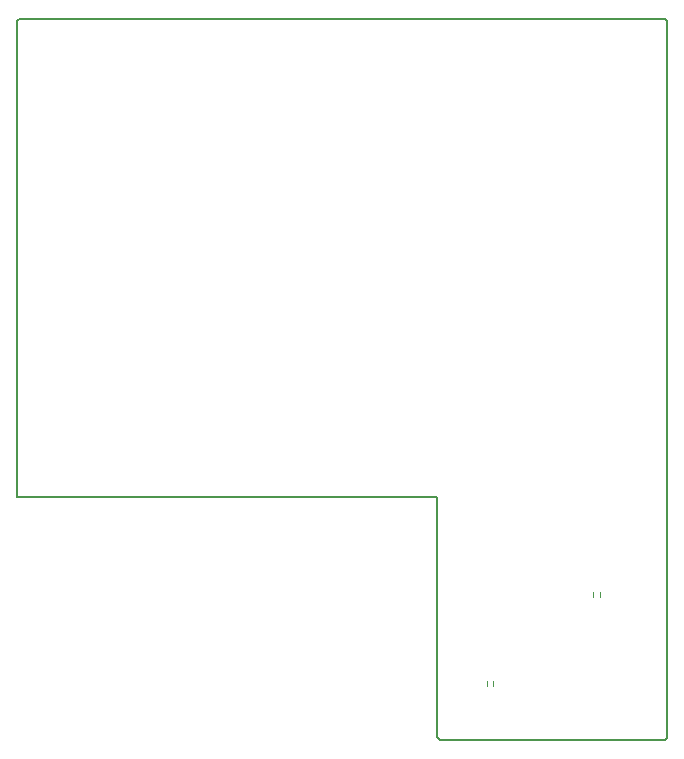
<source format=gm1>
G04*
G04 #@! TF.GenerationSoftware,Altium Limited,Altium Designer,21.9.2 (33)*
G04*
G04 Layer_Color=16711935*
%FSLAX25Y25*%
%MOIN*%
G70*
G04*
G04 #@! TF.SameCoordinates,B4EE9FE0-2F64-4693-93D6-35106772D84E*
G04*
G04*
G04 #@! TF.FilePolarity,Positive*
G04*
G01*
G75*
%ADD12C,0.00787*%
%ADD102C,0.00039*%
D12*
X-108268Y-39000D02*
Y119500D01*
X-107689Y120079D01*
X31500Y-119032D02*
X32547Y-120079D01*
X31500Y-119032D02*
Y-39000D01*
X32547Y-120079D02*
X107682D01*
X-107689Y120079D02*
X107682D01*
X108268Y119493D01*
Y-119493D02*
Y119493D01*
X107682Y-120079D02*
X108268Y-119493D01*
X-108268Y-39000D02*
X31500D01*
D102*
X48071Y-102091D02*
Y-100437D01*
X50354Y-102091D02*
Y-100437D01*
X85787Y-72563D02*
Y-70910D01*
X83504Y-72563D02*
Y-70910D01*
M02*

</source>
